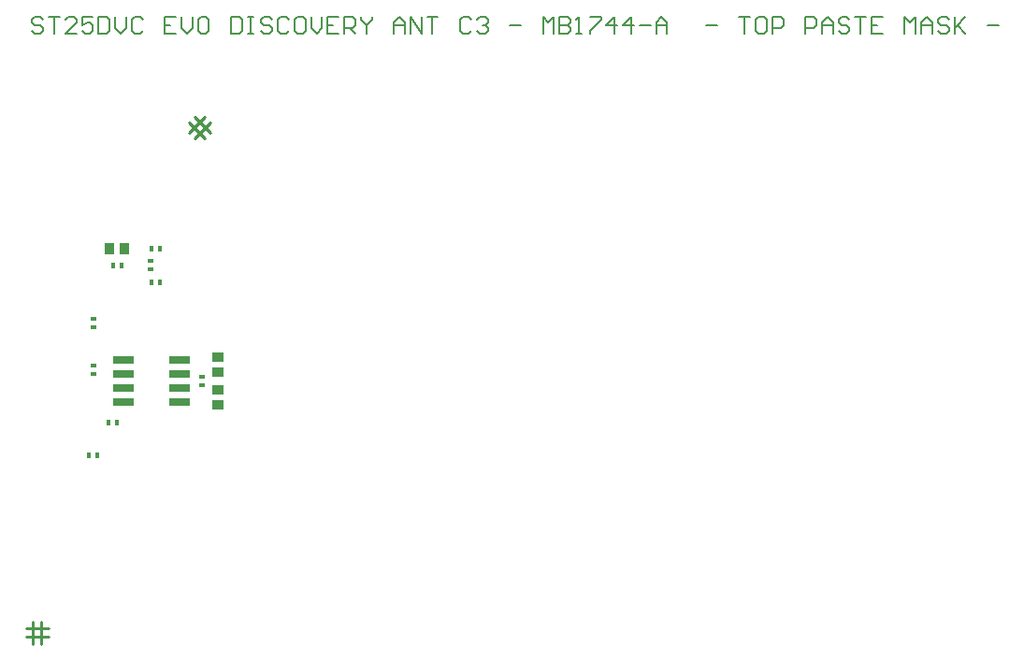
<source format=gtp>
G04*
G04 #@! TF.GenerationSoftware,Altium Limited,Altium Designer,20.2.4 (192)*
G04*
G04 Layer_Color=16776960*
%FSLAX44Y44*%
%MOMM*%
G71*
G04*
G04 #@! TF.SameCoordinates,9262D3F7-DFB6-46AD-8F0E-08546F4AC646*
G04*
G04*
G04 #@! TF.FilePolarity,Positive*
G04*
G01*
G75*
%ADD11C,0.2000*%
%ADD16C,0.2500*%
%ADD17R,0.6096X0.4318*%
%ADD18R,1.0414X0.8890*%
%ADD19R,1.9050X0.6350*%
%ADD20R,0.4318X0.6096*%
%ADD21R,0.8890X1.0414*%
D11*
X29997Y582496D02*
X27498Y584995D01*
X22499D01*
X20000Y582496D01*
Y579997D01*
X22499Y577498D01*
X27498D01*
X29997Y574998D01*
Y572499D01*
X27498Y570000D01*
X22499D01*
X20000Y572499D01*
X34995Y584995D02*
X44992D01*
X39994D01*
Y570000D01*
X59987D02*
X49990D01*
X59987Y579997D01*
Y582496D01*
X57488Y584995D01*
X52490D01*
X49990Y582496D01*
X74982Y584995D02*
X64985D01*
Y577498D01*
X69984Y579997D01*
X72483D01*
X74982Y577498D01*
Y572499D01*
X72483Y570000D01*
X67485D01*
X64985Y572499D01*
X79981Y584995D02*
Y570000D01*
X87478D01*
X89977Y572499D01*
Y582496D01*
X87478Y584995D01*
X79981D01*
X94976D02*
Y574998D01*
X99974Y570000D01*
X104972Y574998D01*
Y584995D01*
X119968Y582496D02*
X117469Y584995D01*
X112470D01*
X109971Y582496D01*
Y572499D01*
X112470Y570000D01*
X117469D01*
X119968Y572499D01*
X149958Y584995D02*
X139961D01*
Y570000D01*
X149958D01*
X139961Y577498D02*
X144960D01*
X154956Y584995D02*
Y574998D01*
X159955Y570000D01*
X164953Y574998D01*
Y584995D01*
X177449D02*
X172451D01*
X169951Y582496D01*
Y572499D01*
X172451Y570000D01*
X177449D01*
X179948Y572499D01*
Y582496D01*
X177449Y584995D01*
X199942D02*
Y570000D01*
X207439D01*
X209939Y572499D01*
Y582496D01*
X207439Y584995D01*
X199942D01*
X214937D02*
X219935D01*
X217436D01*
Y570000D01*
X214937D01*
X219935D01*
X237430Y582496D02*
X234930Y584995D01*
X229932D01*
X227433Y582496D01*
Y579997D01*
X229932Y577498D01*
X234930D01*
X237430Y574998D01*
Y572499D01*
X234930Y570000D01*
X229932D01*
X227433Y572499D01*
X252425Y582496D02*
X249926Y584995D01*
X244927D01*
X242428Y582496D01*
Y572499D01*
X244927Y570000D01*
X249926D01*
X252425Y572499D01*
X264921Y584995D02*
X259922D01*
X257423Y582496D01*
Y572499D01*
X259922Y570000D01*
X264921D01*
X267420Y572499D01*
Y582496D01*
X264921Y584995D01*
X272418D02*
Y574998D01*
X277417Y570000D01*
X282415Y574998D01*
Y584995D01*
X297410D02*
X287413D01*
Y570000D01*
X297410D01*
X287413Y577498D02*
X292412D01*
X302409Y570000D02*
Y584995D01*
X309906D01*
X312405Y582496D01*
Y577498D01*
X309906Y574998D01*
X302409D01*
X307407D02*
X312405Y570000D01*
X317404Y584995D02*
Y582496D01*
X322402Y577498D01*
X327401Y582496D01*
Y584995D01*
X322402Y577498D02*
Y570000D01*
X347394D02*
Y579997D01*
X352392Y584995D01*
X357391Y579997D01*
Y570000D01*
Y577498D01*
X347394D01*
X362389Y570000D02*
Y584995D01*
X372386Y570000D01*
Y584995D01*
X377384D02*
X387381D01*
X382383D01*
Y570000D01*
X417371Y582496D02*
X414872Y584995D01*
X409874D01*
X407375Y582496D01*
Y572499D01*
X409874Y570000D01*
X414872D01*
X417371Y572499D01*
X422370Y582496D02*
X424869Y584995D01*
X429867D01*
X432366Y582496D01*
Y579997D01*
X429867Y577498D01*
X427368D01*
X429867D01*
X432366Y574998D01*
Y572499D01*
X429867Y570000D01*
X424869D01*
X422370Y572499D01*
X452360Y577498D02*
X462357D01*
X482350Y570000D02*
Y584995D01*
X487349Y579997D01*
X492347Y584995D01*
Y570000D01*
X497346Y584995D02*
Y570000D01*
X504843D01*
X507342Y572499D01*
Y574998D01*
X504843Y577498D01*
X497346D01*
X504843D01*
X507342Y579997D01*
Y582496D01*
X504843Y584995D01*
X497346D01*
X512341Y570000D02*
X517339D01*
X514840D01*
Y584995D01*
X512341Y582496D01*
X524837Y584995D02*
X534833D01*
Y582496D01*
X524837Y572499D01*
Y570000D01*
X547329D02*
Y584995D01*
X539832Y577498D01*
X549828D01*
X562324Y570000D02*
Y584995D01*
X554827Y577498D01*
X564824D01*
X569822D02*
X579819D01*
X584817Y570000D02*
Y579997D01*
X589815Y584995D01*
X594814Y579997D01*
Y570000D01*
Y577498D01*
X584817D01*
X630000D02*
X639997D01*
X659990Y584995D02*
X669987D01*
X664989D01*
Y570000D01*
X682483Y584995D02*
X677485D01*
X674986Y582496D01*
Y572499D01*
X677485Y570000D01*
X682483D01*
X684982Y572499D01*
Y582496D01*
X682483Y584995D01*
X689981Y570000D02*
Y584995D01*
X697478D01*
X699977Y582496D01*
Y577498D01*
X697478Y574998D01*
X689981D01*
X719971Y570000D02*
Y584995D01*
X727468D01*
X729968Y582496D01*
Y577498D01*
X727468Y574998D01*
X719971D01*
X734966Y570000D02*
Y579997D01*
X739964Y584995D01*
X744963Y579997D01*
Y570000D01*
Y577498D01*
X734966D01*
X759958Y582496D02*
X757459Y584995D01*
X752460D01*
X749961Y582496D01*
Y579997D01*
X752460Y577498D01*
X757459D01*
X759958Y574998D01*
Y572499D01*
X757459Y570000D01*
X752460D01*
X749961Y572499D01*
X764956Y584995D02*
X774953D01*
X769955D01*
Y570000D01*
X789948Y584995D02*
X779951D01*
Y570000D01*
X789948D01*
X779951Y577498D02*
X784950D01*
X809942Y570000D02*
Y584995D01*
X814940Y579997D01*
X819939Y584995D01*
Y570000D01*
X824937D02*
Y579997D01*
X829935Y584995D01*
X834934Y579997D01*
Y570000D01*
Y577498D01*
X824937D01*
X849929Y582496D02*
X847430Y584995D01*
X842431D01*
X839932Y582496D01*
Y579997D01*
X842431Y577498D01*
X847430D01*
X849929Y574998D01*
Y572499D01*
X847430Y570000D01*
X842431D01*
X839932Y572499D01*
X854927Y584995D02*
Y570000D01*
Y574998D01*
X864924Y584995D01*
X857426Y577498D01*
X864924Y570000D01*
X884918Y577498D02*
X894914D01*
D16*
X14140Y31010D02*
X34460D01*
X14140Y23390D02*
X34460D01*
X20490Y17040D02*
Y37360D01*
X28110Y17040D02*
Y37360D01*
X20490Y17040D02*
Y37360D01*
X28110Y17040D02*
Y37360D01*
X14140Y23390D02*
X34460D01*
X14140Y31010D02*
X34460D01*
X167310Y494578D02*
X181679Y480210D01*
X161922Y489190D02*
X176291Y474822D01*
X161922Y480210D02*
X176291Y494578D01*
X167310Y474822D02*
X181679Y489190D01*
X161922Y480210D02*
X176291Y494578D01*
X167310Y474822D02*
X181679Y489190D01*
X161922D02*
X176291Y474822D01*
X167310Y494578D02*
X181679Y480210D01*
D17*
X173300Y251190D02*
D03*
Y258810D02*
D03*
X126800Y355890D02*
D03*
Y363510D02*
D03*
X75250Y303690D02*
D03*
Y311310D02*
D03*
Y261190D02*
D03*
Y268810D02*
D03*
D18*
X188000Y276716D02*
D03*
Y263000D02*
D03*
Y247000D02*
D03*
Y233284D02*
D03*
D19*
X153201Y235950D02*
D03*
Y248650D02*
D03*
Y261350D02*
D03*
Y274050D02*
D03*
X102401D02*
D03*
Y261350D02*
D03*
Y248650D02*
D03*
Y235950D02*
D03*
D20*
X96310Y217750D02*
D03*
X88690D02*
D03*
X135610Y374700D02*
D03*
X127990D02*
D03*
X135610Y344700D02*
D03*
X127990D02*
D03*
X92990Y359700D02*
D03*
X100610D02*
D03*
X71440Y187500D02*
D03*
X79060D02*
D03*
D21*
X103658Y374700D02*
D03*
X89943D02*
D03*
M02*

</source>
